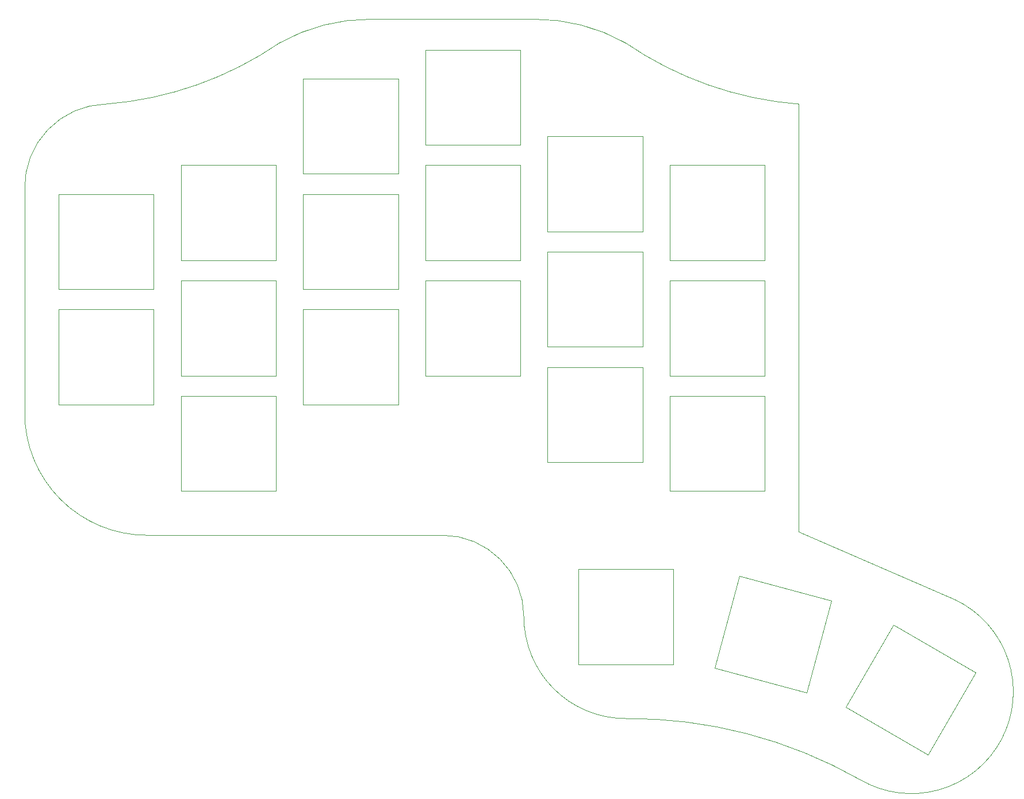
<source format=gm1>
G04 #@! TF.GenerationSoftware,KiCad,Pcbnew,(6.0.5-0)*
G04 #@! TF.CreationDate,2023-02-07T22:36:45+01:00*
G04 #@! TF.ProjectId,awokb_plate,61776f6b-625f-4706-9c61-74652e6b6963,rev?*
G04 #@! TF.SameCoordinates,Original*
G04 #@! TF.FileFunction,Profile,NP*
%FSLAX46Y46*%
G04 Gerber Fmt 4.6, Leading zero omitted, Abs format (unit mm)*
G04 Created by KiCad (PCBNEW (6.0.5-0)) date 2023-02-07 22:36:45*
%MOMM*%
%LPD*%
G01*
G04 APERTURE LIST*
G04 #@! TA.AperFunction,Profile*
%ADD10C,0.050000*%
G04 #@! TD*
G04 #@! TA.AperFunction,Profile*
%ADD11C,0.100000*%
G04 #@! TD*
G04 APERTURE END LIST*
D10*
X98000000Y-93750000D02*
X112000000Y-93750000D01*
X112000000Y-93750000D02*
X112000000Y-107750000D01*
X112000000Y-107750000D02*
X98000000Y-107750000D01*
X98000000Y-107750000D02*
X98000000Y-93750000D01*
X44000000Y-64000000D02*
X58000000Y-64000000D01*
X58000000Y-64000000D02*
X58000000Y-78000000D01*
X58000000Y-78000000D02*
X44000000Y-78000000D01*
X44000000Y-78000000D02*
X44000000Y-64000000D01*
X62000000Y-85250000D02*
X76000000Y-85250000D01*
X76000000Y-85250000D02*
X76000000Y-99250000D01*
X76000000Y-99250000D02*
X62000000Y-99250000D01*
X62000000Y-99250000D02*
X62000000Y-85250000D01*
D11*
X72000022Y-42499978D02*
X96000022Y-42499978D01*
D10*
X62000000Y-68250000D02*
X76000000Y-68250000D01*
X76000000Y-68250000D02*
X76000000Y-82250000D01*
X76000000Y-82250000D02*
X62000000Y-82250000D01*
X62000000Y-82250000D02*
X62000000Y-68250000D01*
D11*
X33000022Y-54989565D02*
G75*
G03*
X58500022Y-45999978I-4000472J52009435D01*
G01*
D10*
X139762651Y-128164626D02*
X136139184Y-141687588D01*
X122616223Y-138064122D01*
X126239689Y-124541160D01*
X139762651Y-128164626D01*
D11*
X72000022Y-42499980D02*
G75*
G03*
X58500022Y-45999978I-218922J-26941320D01*
G01*
X109500021Y-45999980D02*
G75*
G03*
X135000022Y-54999978I29544229J43083660D01*
G01*
X144000020Y-154499981D02*
G75*
G03*
X109500022Y-145499978I-34044220J-59877819D01*
G01*
X109500025Y-45999972D02*
G75*
G03*
X96000022Y-42499978I-13281125J-23441528D01*
G01*
X158000000Y-128000000D02*
X135000000Y-118000000D01*
D10*
X44000000Y-98000000D02*
X58000000Y-98000000D01*
X58000000Y-98000000D02*
X58000000Y-112000000D01*
X58000000Y-112000000D02*
X44000000Y-112000000D01*
X44000000Y-112000000D02*
X44000000Y-98000000D01*
X161034356Y-138699999D02*
X154034356Y-150824356D01*
X141910001Y-143824356D01*
X148910000Y-131700000D01*
X161034356Y-138699999D01*
D11*
X144000018Y-154499984D02*
G75*
G03*
X158000000Y-128000000I7578502J12944364D01*
G01*
D10*
X80000000Y-64000000D02*
X94000000Y-64000000D01*
X94000000Y-64000000D02*
X94000000Y-78000000D01*
X94000000Y-78000000D02*
X80000000Y-78000000D01*
X80000000Y-78000000D02*
X80000000Y-64000000D01*
D11*
X39000022Y-118499978D02*
X82500022Y-118499978D01*
D10*
X44000000Y-81000000D02*
X58000000Y-81000000D01*
X58000000Y-81000000D02*
X58000000Y-95000000D01*
X58000000Y-95000000D02*
X44000000Y-95000000D01*
X44000000Y-95000000D02*
X44000000Y-81000000D01*
X26000000Y-68250000D02*
X40000000Y-68250000D01*
X40000000Y-68250000D02*
X40000000Y-82250000D01*
X40000000Y-82250000D02*
X26000000Y-82250000D01*
X26000000Y-82250000D02*
X26000000Y-68250000D01*
X80000000Y-81000000D02*
X94000000Y-81000000D01*
X94000000Y-81000000D02*
X94000000Y-95000000D01*
X94000000Y-95000000D02*
X80000000Y-95000000D01*
X80000000Y-95000000D02*
X80000000Y-81000000D01*
X116000000Y-81000000D02*
X130000000Y-81000000D01*
X130000000Y-81000000D02*
X130000000Y-95000000D01*
X130000000Y-95000000D02*
X116000000Y-95000000D01*
X116000000Y-95000000D02*
X116000000Y-81000000D01*
D11*
X94500022Y-130499978D02*
G75*
G03*
X109500022Y-145499978I14999978J-22D01*
G01*
D10*
X116000000Y-64000000D02*
X130000000Y-64000000D01*
X130000000Y-64000000D02*
X130000000Y-78000000D01*
X130000000Y-78000000D02*
X116000000Y-78000000D01*
X116000000Y-78000000D02*
X116000000Y-64000000D01*
D11*
X135000022Y-54999978D02*
X135000000Y-118000000D01*
X21000022Y-100499978D02*
G75*
G03*
X39000022Y-118499978I17999998J-2D01*
G01*
D10*
X116000000Y-98000000D02*
X130000000Y-98000000D01*
X130000000Y-98000000D02*
X130000000Y-112000000D01*
X130000000Y-112000000D02*
X116000000Y-112000000D01*
X116000000Y-112000000D02*
X116000000Y-98000000D01*
X80000000Y-47000000D02*
X94000000Y-47000000D01*
X94000000Y-47000000D02*
X94000000Y-61000000D01*
X94000000Y-61000000D02*
X80000000Y-61000000D01*
X80000000Y-61000000D02*
X80000000Y-47000000D01*
X98000000Y-59750000D02*
X112000000Y-59750000D01*
X112000000Y-59750000D02*
X112000000Y-73750000D01*
X112000000Y-73750000D02*
X98000000Y-73750000D01*
X98000000Y-73750000D02*
X98000000Y-59750000D01*
X102500000Y-123500000D02*
X116500000Y-123500000D01*
X116500000Y-123500000D02*
X116500000Y-137500000D01*
X116500000Y-137500000D02*
X102500000Y-137500000D01*
X102500000Y-137500000D02*
X102500000Y-123500000D01*
D11*
X33000022Y-54989562D02*
G75*
G03*
X21000022Y-67499978I255208J-12255208D01*
G01*
X21000022Y-100499978D02*
X21000022Y-67499978D01*
D10*
X26000000Y-85250000D02*
X40000000Y-85250000D01*
X40000000Y-85250000D02*
X40000000Y-99250000D01*
X40000000Y-99250000D02*
X26000000Y-99250000D01*
X26000000Y-99250000D02*
X26000000Y-85250000D01*
X98000000Y-76750000D02*
X112000000Y-76750000D01*
X112000000Y-76750000D02*
X112000000Y-90750000D01*
X112000000Y-90750000D02*
X98000000Y-90750000D01*
X98000000Y-90750000D02*
X98000000Y-76750000D01*
D11*
X94500022Y-130499978D02*
G75*
G03*
X82500022Y-118499978I-12000022J-22D01*
G01*
D10*
X62000000Y-51250000D02*
X76000000Y-51250000D01*
X76000000Y-51250000D02*
X76000000Y-65250000D01*
X76000000Y-65250000D02*
X62000000Y-65250000D01*
X62000000Y-65250000D02*
X62000000Y-51250000D01*
M02*

</source>
